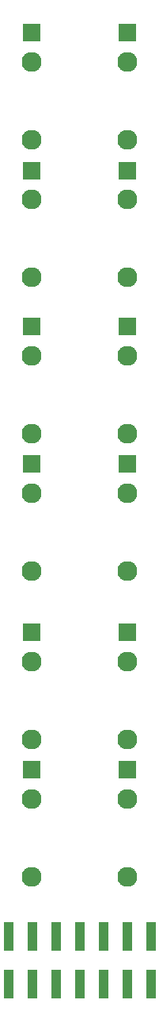
<source format=gbr>
%TF.GenerationSoftware,KiCad,Pcbnew,(7.0.0)*%
%TF.CreationDate,2023-03-06T17:31:15-08:00*%
%TF.ProjectId,passive mult,70617373-6976-4652-906d-756c742e6b69,rev?*%
%TF.SameCoordinates,Original*%
%TF.FileFunction,Soldermask,Top*%
%TF.FilePolarity,Negative*%
%FSLAX46Y46*%
G04 Gerber Fmt 4.6, Leading zero omitted, Abs format (unit mm)*
G04 Created by KiCad (PCBNEW (7.0.0)) date 2023-03-06 17:31:15*
%MOMM*%
%LPD*%
G01*
G04 APERTURE LIST*
%ADD10R,1.000000X3.150000*%
%ADD11R,1.930000X1.830000*%
%ADD12C,2.130000*%
G04 APERTURE END LIST*
D10*
%TO.C,J1*%
X22509999Y-132549999D03*
X22509999Y-127499999D03*
X25049999Y-132549999D03*
X25049999Y-127499999D03*
X27589999Y-132549999D03*
X27589999Y-127499999D03*
X30129999Y-132549999D03*
X30129999Y-127499999D03*
X32669999Y-132549999D03*
X32669999Y-127499999D03*
X35209999Y-132549999D03*
X35209999Y-127499999D03*
X37749999Y-132549999D03*
X37749999Y-127499999D03*
%TD*%
D11*
%TO.C,J10*%
X35249999Y-95099999D03*
D12*
X35250000Y-106500000D03*
X35250000Y-98200000D03*
%TD*%
D11*
%TO.C,J8*%
X35249999Y-77149999D03*
D12*
X35250000Y-88550000D03*
X35250000Y-80250000D03*
%TD*%
D11*
%TO.C,J7*%
X24999999Y-62469999D03*
D12*
X25000000Y-73870000D03*
X25000000Y-65570000D03*
%TD*%
D11*
%TO.C,J12*%
X35249999Y-109749999D03*
D12*
X35250000Y-121150000D03*
X35250000Y-112850000D03*
%TD*%
D11*
%TO.C,J11*%
X24999999Y-95099999D03*
D12*
X25000000Y-106500000D03*
X25000000Y-98200000D03*
%TD*%
D11*
%TO.C,J13*%
X24999999Y-109749999D03*
D12*
X25000000Y-121150000D03*
X25000000Y-112850000D03*
%TD*%
D11*
%TO.C,J9*%
X24999999Y-77149999D03*
D12*
X25000000Y-88550000D03*
X25000000Y-80250000D03*
%TD*%
D11*
%TO.C,J4*%
X35249999Y-45849999D03*
D12*
X35250000Y-57250000D03*
X35250000Y-48950000D03*
%TD*%
D11*
%TO.C,J6*%
X35249999Y-62469999D03*
D12*
X35250000Y-73870000D03*
X35250000Y-65570000D03*
%TD*%
D11*
%TO.C,J5*%
X24999999Y-45849999D03*
D12*
X25000000Y-57250000D03*
X25000000Y-48950000D03*
%TD*%
D11*
%TO.C,J2*%
X35249999Y-31179999D03*
D12*
X35250000Y-42580000D03*
X35250000Y-34280000D03*
%TD*%
D11*
%TO.C,J3*%
X24999999Y-31179999D03*
D12*
X25000000Y-42580000D03*
X25000000Y-34280000D03*
%TD*%
M02*

</source>
